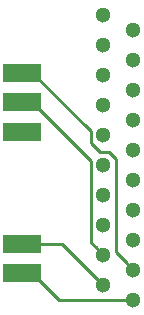
<source format=gbr>
G04 #@! TF.FileFunction,Copper,L1,Top,Signal*
%FSLAX46Y46*%
G04 Gerber Fmt 4.6, Leading zero omitted, Abs format (unit mm)*
G04 Created by KiCad (PCBNEW 4.0.7) date 02/20/18 23:47:58*
%MOMM*%
%LPD*%
G01*
G04 APERTURE LIST*
%ADD10C,0.100000*%
%ADD11C,1.300000*%
%ADD12R,3.200000X1.500000*%
%ADD13C,0.254000*%
G04 APERTURE END LIST*
D10*
D11*
X163576000Y-117620000D03*
X163576000Y-120160000D03*
X163576000Y-122700000D03*
X163576000Y-115080000D03*
X161036000Y-121430000D03*
X161036000Y-118890000D03*
X161036000Y-116350000D03*
X161036000Y-113810000D03*
X163576000Y-112540000D03*
X161036000Y-111270000D03*
X163576000Y-110000000D03*
X161036000Y-108730000D03*
X163576000Y-107460000D03*
X161036000Y-106190000D03*
X163576000Y-104920000D03*
X161036000Y-103650000D03*
X163576000Y-102380000D03*
X161036000Y-101110000D03*
X163576000Y-99840000D03*
X161036000Y-98570000D03*
D12*
X154178000Y-105958000D03*
X154178000Y-103458000D03*
X154178000Y-117958000D03*
X154178000Y-108458000D03*
X154178000Y-120458000D03*
D13*
X154178000Y-103458000D02*
X155028000Y-103458000D01*
X160000000Y-108430000D02*
X160000000Y-109429566D01*
X160782000Y-110211566D02*
X161503448Y-110211566D01*
X155028000Y-103458000D02*
X160000000Y-108430000D01*
X160000000Y-109429566D02*
X160782000Y-110211566D01*
X161503448Y-110211566D02*
X162067001Y-110775119D01*
X162067001Y-110775119D02*
X162067001Y-118651001D01*
X162067001Y-118651001D02*
X162926001Y-119510001D01*
X162926001Y-119510001D02*
X163576000Y-120160000D01*
X154178000Y-105958000D02*
X155028000Y-105958000D01*
X155028000Y-105958000D02*
X160000000Y-110930000D01*
X160000000Y-110930000D02*
X160000000Y-117854000D01*
X160000000Y-117854000D02*
X160386001Y-118240001D01*
X160386001Y-118240001D02*
X161036000Y-118890000D01*
X154178000Y-117958000D02*
X157564000Y-117958000D01*
X157564000Y-117958000D02*
X161036000Y-121430000D01*
X154178000Y-120458000D02*
X155028000Y-120458000D01*
X155028000Y-120458000D02*
X157270000Y-122700000D01*
X157270000Y-122700000D02*
X162656762Y-122700000D01*
X162656762Y-122700000D02*
X163576000Y-122700000D01*
M02*

</source>
